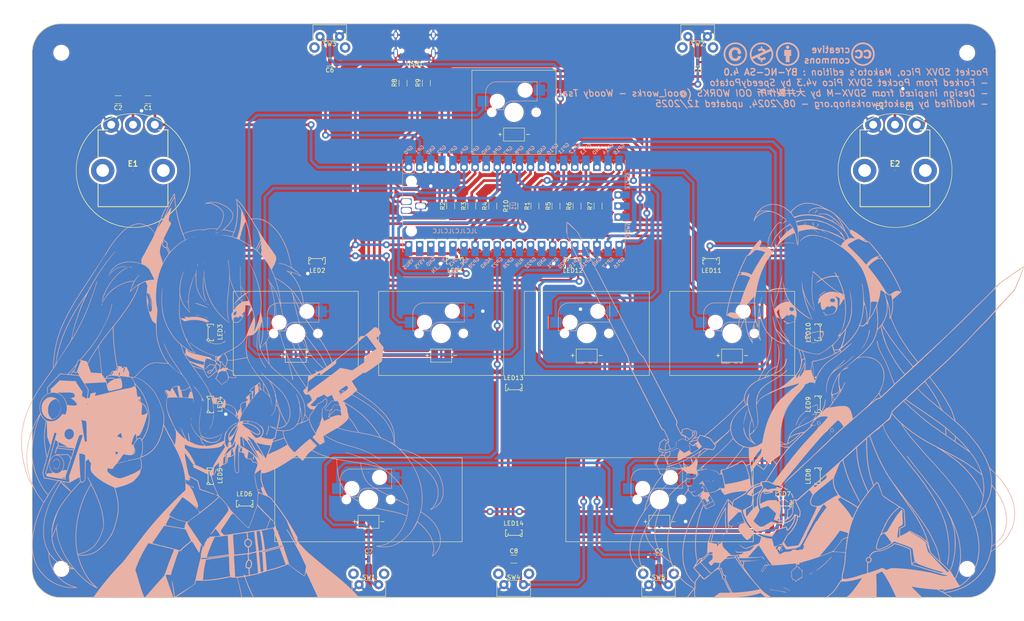
<source format=kicad_pcb>
(kicad_pcb (version 20221018) (generator pcbnew)
  (layers (0 "F.Cu" signal) (31 "B.Cu" signal) (34 "B.Paste" user) (35 "F.Paste" user) (36 "B.SilkS" user "B.Silkscreen") (37 "F.SilkS" user "F.Silkscreen") (38 "B.Mask" user) (39 "F.Mask" user) (44 "Edge.Cuts" user))
  (net 0 "")
  (net 1 "GND")
  (net 2 "Net-(E1-CCW)")
  (net 3 "Net-(E1-WIPER)")
  (net 4 "Net-(E2-CCW)")
  (net 5 "Net-(E2-WIPER)")
  (net 6 "Net-(U1-GPIO16)")
  (net 7 "Net-(U1-GPIO17)")
  (net 8 "Net-(U1-GPIO27_ADC1)")
  (net 9 "Net-(U1-GPIO19)")
  (net 10 "Net-(U1-GPIO18)")
  (net 11 "Net-(LED1-DIN)")
  (net 12 "Net-(LED1-DOUT)")
  (net 13 "Net-(LED2-DOUT)")
  (net 14 "Net-(LED3-DOUT)")
  (net 15 "Net-(LED4-DOUT)")
  (net 16 "Net-(LED5-DOUT)")
  (net 17 "Net-(LED6-DOUT)")
  (net 18 "Net-(LED7-DOUT)")
  (net 19 "Net-(LED8-DOUT)")
  (net 20 "Net-(LED10-DIN)")
  (net 21 "Net-(LED10-DOUT)")
  (net 22 "Net-(LED11-DOUT)")
  (net 27 "Net-(LED12-DOUT)")
  (net 29 "Net-(MX1-COL)")
  (net 30 "Net-(MX1-LED)")
  (net 31 "Net-(MX2-COL)")
  (net 32 "Net-(MX2-LED)")
  (net 33 "Net-(MX3-COL)")
  (net 34 "Net-(MX3-LED)")
  (net 35 "Net-(MX4-COL)")
  (net 36 "Net-(MX4-LED)")
  (net 37 "Net-(MX5-COL)")
  (net 38 "Net-(MX5-LED)")
  (net 39 "Net-(MX6-COL)")
  (net 40 "Net-(MX6-LED)")
  (net 41 "Net-(MX7-COL)")
  (net 42 "Net-(MX7-LED)")
  (net 43 "+5V")
  (net 44 "Net-(U1-GPIO21)")
  (net 45 "Net-(U1-GPIO5)")
  (net 46 "Net-(U1-GPIO7)")
  (net 47 "Net-(U1-GPIO9)")
  (net 48 "Net-(U1-GPIO11)")
  (net 49 "Net-(U1-GPIO13)")
  (net 50 "Net-(U1-GPIO15)")
  (net 51 "Net-(USB1-CC2)")
  (net 52 "Net-(USB1-CC1)")
  (net 53 "Net-(U1-GPIO28_ADC2)")
  (net 70 "Net-(USB1-DN1)")
  (net 71 "Net-(USB1-DP1)")
  (footprint "PEC16-4015F-N0024:PEC16-4015F-N0024-millmax" (layer "F.Cu") (at 63.74 52.47 180)
    (fp_text reference "E1")
    (fp_text value "PEC16-4015F-N0024" hide)
  )
  (footprint "PEC16-4015F-N0024:PEC16-4015F-N0024-millmax" (layer "F.Cu") (at 238.42 52.47 180)
    (fp_text reference "E2")
    (fp_text value "PEC16-4015F-N0024" hide)
  )
  (footprint "MX_Only:MXOnly-1.5U-Hotswap-LED-SMD" (layer "F.Cu") (at 96.05 100.38)
    (fp_text reference "MX2")
    (fp_text value "MX-LED")
  )
  (footprint "MX_Only:MXOnly-1.5U-Hotswap-LED-SMD" (layer "F.Cu") (at 162.74 100.35)
    (fp_text reference "MX4")
    (fp_text value "MX-LED")
  )
  (footprint "MX_Only:MXOnly-1.5U-Hotswap-LED-SMD" (layer "F.Cu") (at 196.07 100.35)
    (fp_text reference "MX5")
    (fp_text value "MX-LED")
  )
  (footprint "MX_Only:MXOnly-1.5U-Hotswap-LED-SMD" (layer "F.Cu") (at 112.73 138.47)
    (fp_text reference "MX6")
    (fp_text value "MX-LED-R")
  )
  (footprint "MX_Only:MXOnly-1.5U-Hotswap-LED-SMD" (layer "F.Cu") (at 179.41 138.47)
    (fp_text reference "MX7")
    (fp_text value "MX-LED-R")
  )
  (footprint "Type-C:HRO-TYPE-C-31-M-12-Assembly" (layer "F.Cu") (at 123.28 29.27583 180)
    (fp_text reference "USB1")
    (fp_text value "U262-161N-4BVC11")
  )
  (footprint "Resistor_SMD:R_1206_3216Metric_Pad1.30x1.75mm_HandSolder" (layer "F.Cu") (at 120.65 42.926 -90)
    (fp_text reference "R8")
    (fp_text value "5K1")
  )
  (footprint "Resistor_SMD:R_1206_3216Metric_Pad1.30x1.75mm_HandSolder" (layer "F.Cu") (at 125.984 42.926 -90)
    (fp_text reference "R9")
    (fp_text value "5K1")
  )
  (footprint "MX_Only:MXOnly-1.5U-Hotswap-LED-SMD" (layer "F.Cu") (at 129.39 100.35)
    (fp_text reference "MX3")
    (fp_text value "MX-LED")
  )
  (footprint "Resistor_SMD:R_1206_3216Metric_Pad1.30x1.75mm_HandSolder" (layer "F.Cu") (at 150.876 71.094 -90)
    (fp_text reference "R1")
    (fp_text value "220R")
  )
  (footprint "Resistor_SMD:R_1206_3216Metric_Pad1.30x1.75mm_HandSolder" (layer "F.Cu") (at 131.572 71.094 90)
    (fp_text reference "R2")
    (fp_text value "220R")
  )
  (footprint "Resistor_SMD:R_1206_3216Metric_Pad1.30x1.75mm_HandSolder" (layer "F.Cu") (at 136.398 71.12 90)
    (fp_text reference "R3")
    (fp_text value "220R")
  )
  (footprint "Resistor_SMD:R_1206_3216Metric_Pad1.30x1.75mm_HandSolder" (layer "F.Cu") (at 165.354 71.12 90)
    (fp_text reference "R7")
    (fp_text value "220R")
  )
  (footprint "Resistor_SMD:R_1206_3216Metric_Pad1.30x1.75mm_HandSolder" (layer "F.Cu") (at 141.224 71.12 90)
    (fp_text reference "R4")
    (fp_text value "220R")
  )
  (footprint "Resistor_SMD:R_1206_3216Metric_Pad1.30x1.75mm_HandSolder" (layer "F.Cu") (at 160.528 71.12 90)
    (fp_text reference "R6")
    (fp_text value "220R")
  )
  (footprint "Resistor_SMD:R_1206_3216Metric_Pad1.30x1.75mm_HandSolder" (layer "F.Cu") (at 155.702 71.12 90)
    (fp_text reference "R5")
    (fp_text value "220R")
  )
  (footprint "MX_Only:MXOnly-1.5U-Hotswap-LED-SMD" (layer "F.Cu") (at 146.08 49.63)
    (fp_text reference "MX1")
    (fp_text value "MX-LED-B")
  )
  (footprint "Resistor_SMD:R_1206_3216Metric_Pad1.30x1.75mm_HandSolder" (layer "F.Cu") (at 146.05 71.12 90)
    (fp_text reference "R10")
    (fp_text value "220R")
  )
  (footprint "Capacitor_SMD:C_1206_3216Metric_Pad1.33x1.80mm_HandSolder" (layer "F.Cu") (at 62.1915 46.736 180)
    (fp_text reference "C1")
    (fp_text value "10nF")
  )
  (footprint "Capacitor_SMD:C_1206_3216Metric_Pad1.33x1.80mm_HandSolder" (layer "F.Cu") (at 55.3335 46.736 180)
    (fp_text reference "C2")
    (fp_text value "10nF")
  )
  (footprint "Capacitor_SMD:C_1206_3216Metric_Pad1.33x1.80mm_HandSolder" (layer "F.Cu") (at 236.7665 46.736 180)
    (fp_text reference "C3")
    (fp_text value "10nF")
  )
  (footprint "Capacitor_SMD:C_1206_3216Metric_Pad1.33x1.80mm_HandSolder" (layer "F.Cu") (at 229.9085 46.736 180)
    (fp_text reference "C4")
    (fp_text value "10nF")
  )
  (footprint "agg:WS2812B-4020" (layer "F.Cu") (at 146.05 112.776 180)
    (fp_text reference "LED13")
    (fp_text value "WS2812B-4020")
  )
  (footprint "Graphics:SDVX-Pico-PCB_Bloc3D" (layer "F.Cu") (at 146.0754 95.123)
    (fp_text reference "G***" hide)
    (fp_text value "LOGO" hide)
  )
  (footprint "agg:WS2812B-4020" (layer "F.Cu") (at 215.788 116.591 -90)
    (fp_text reference "LED9")
    (fp_text value "WS2812B-4020")
  )
  (footprint "Graphics:SDVX-Pico-PCB_MX-CUT" (layer "F.Cu") (at 146.08 95.13)
    (fp_text reference "G***" hide)
    (fp_text value "LOGO" hide)
  )
  (footprint "Capacitor_SMD:C_1206_3216Metric_Pad1.33x1.80mm_HandSolder" (layer "F.Cu") (at 112.776 152.146)
    (fp_text reference "C7")
    (fp_text value "100nF")
  )
  (footprint "agg:WS2812B-4020" (layer "F.Cu") (at 215.788 133.101 -90)
    (fp_text reference "LED8")
    (fp_text value "WS2812B-4020")
  )
  (footprint "Button_Switch_THT:SW_Tactile_SPST_Angled_PTS645Vx83-2LFS" (layer "F.Cu") (at 185.939 32.258)
    (fp_text reference "SW2")
    (fp_text value "SW_Push")
  )
  (footprint "Graphics:SDVX-Pico-PCB_Edge-Cut_on_SilkScreen" (layer "F.Cu") (at 146.08 95.13)
    (fp_text reference "G***" hide)
    (fp_text value "LOGO" hide)
  )
  (footprint "agg:WS2812B-4020" (layer "F.Cu") (at 207.772 139.446 180)
    (fp_text reference "LED7")
    (fp_text value "WS2812B-4020")
  )
  (footprint "agg:WS2812B-4020" (layer "F.Cu") (at 100.921 83.678)
    (fp_text reference "LED2")
    (fp_text value "WS2812B-4020")
  )
  (footprint "Graphics:SDVX-Pico-PCB_EDGES-CUT_1mm" (layer "F.Cu") (at 146.08 95.13)
    (fp_text reference "G***" hide)
    (fp_text value "SDVX-Pico-PCB_EDGES-CUT_1mm")
    (fp_line (start -110.46 -59.213171) (end -110.460007 59.33) (stroke (width 0.12)) (layer "Edge.Cuts"))
    (fp_line (start -103.96 65.829999) (end 103.893804 65.83) (stroke (width 0.12)) (layer "Edge.Cuts"))
    (fp_line (start 103.86 -65.84) (end -103.89 -65.84) (stroke (width 0.12)) (layer "Edge.Cuts"))
    (fp_line (start 110.48 59.34) (end 110.48 -59.24) (stroke (width 0.12)) (layer "Edge.Cuts"))
    (fp_arc (start -110.46 -59.213171) (mid -108.523279 -63.863302) (end -103.89 -65.84) (stroke (width 0.12)) (layer "Edge.Cuts"))
    (fp_arc (start -103.96 65.829999) (mid -108.556198 63.926196) (end -110.460007 59.33) (stroke (width 0.12)) (layer "Edge.Cuts"))
    (fp_arc (start 103.86 -65.84) (mid 108.506804 -63.880855) (end 110.48 -59.24) (stroke (width 0.12)) (layer "Edge.Cuts"))
    (fp_arc (start 110.48 59.34) (mid 108.518174 63.936004) (end 103.893804 65.83) (stroke (width 0.12)) (layer "Edge.Cuts"))
  )
  (footprint "agg:WS2812B-4020" (layer "F.Cu") (at 159.517 83.678)
    (fp_text reference "LED12")
    (fp_text value "WS2812B-4020")
  )
  (footprint "Button_Switch_THT:SW_Tactile_SPST_Angled_PTS645Vx83-2LFS" (layer "F.Cu") (at 115.051 157.988 180)
    (fp_text reference "SW1")
    (fp_text value "SW_Push")
  )
  (footprint "Button_Switch_THT:SW_Tactile_SPST_Angled_PTS645Vx83-2LFS" (layer "F.Cu") (at 181.47 157.988 180)
    (fp_text reference "SW5")
    (fp_text value "SW_Push")
  )
  (footprint "agg:WS2812B-4020" (layer "F.Cu") (at 132.505 83.678)
    (fp_text reference "LED1")
    (fp_text value "WS2812B-4020")
  )
  (footprint "Button_Switch_THT:SW_Tactile_SPST_Angled_PTS645Vx83-2LFS" (layer "F.Cu") (at 101.6 32.258)
    (fp_text reference "SW3")
    (fp_text value "SW_Push")
  )
  (footprint "agg:WS2812B-4020" (layer "F.Cu") (at 76.454 116.6672 90)
    (fp_text reference "LED4")
    (fp_text value "WS2812B-4020")
  )
  (footprint "agg:WS2812B-4020" (layer "F.Cu") (at 146.049 146.182 180)
    (fp_text reference "LED14")
    (fp_text value "WS2812B-4020")
  )
  (footprint "Capacitor_SMD:C_1206_3216Metric_Pad1.33x1.80mm_HandSolder" (layer "F.Cu") (at 188.214 38.1 180)
    (fp_text reference "C5")
    (fp_text value "100nF")
  )
  (footprint "Capacitor_SMD:C_1206_3216Metric_Pad1.33x1.80mm_HandSolder" (layer "F.Cu") (at 103.8475 38.1 180)
    (fp_text reference "C6")
    (fp_text value "100nF")
  )
  (footprint "agg:WS2812B-4020" (layer "F.Cu") (at 76.454 133.101 90)
    (fp_text reference "LED5")
    (fp_text value "WS2812B-4020")
  )
  (footprint "agg:WS2812B-4020" (layer "F.Cu") (at 215.788 100.081 -90)
    (fp_text reference "LED10")
    (fp_text value "WS2812B-4020")
  )
  (footprint "agg:WS2812B-4020" (layer "F.Cu") (at 191.262 83.678)
    (fp_text reference "LED11")
    (fp_text value "WS2812B-4020")
  )
  (footprint "agg:WS2812B-4020" (layer "F.Cu") (at 84.328 139.446 180)
    (fp_text reference "LED6")
    (fp_text value "WS2812B-4020")
  )
  (footprint "Capacitor_SMD:C_1206_3216Metric_Pad1.33x1.80mm_HandSolder" (layer "F.Cu") (at 146.05 152.146)
    (fp_text reference "C8")
    (fp_text value "100nF")
  )
  (footprint "agg:WS2812B-4020" (layer "F.Cu") (at 76.454 100.1268 90)
    (fp_text reference "LED3")
    (fp_text value "WS2812B-4020")
  )
  (footprint "Capacitor_SMD:C_1206_3216Metric_Pad1.33x1.80mm_HandSolder" (layer "F.Cu") (at 179.324 152.146)
    (fp_text reference "C9")
    (fp_text value "100nF")
  )
  (footprint "Button_Switch_THT:SW_Tactile_SPST_Angled_PTS645Vx83-2LFS" (layer "F.Cu") (at 148.264 157.988 180)
    (fp_text reference "SW4")
    (fp_text value "SW_Push")
  )
  (footprint "Symbol:Symbol_CreativeCommons_CopperTop_Type2_Small" (layer "B.Cu") (at 226.074 36.282 180)
    (fp_text reference "REF**" hide)
    (fp_text value "Symbol_CreativeCommons_CopperTop_Type2_Small" hide)
  )
  (footprint "Symbol:Symbol_CC-Attribution_CopperTop_Small" (layer "B.Cu") (at 208.824 36.282 180)
    (fp_text reference "REF**" hide)
    (fp_text value "Symbol_CC-Attribution_CopperTop_Small" hide)
  )
  (footprint "MCU_RaspberryPi_and_Boards:RPi_Pico_SMD_TH" (layer "B.Cu") (at 146.05 71.12 -90)
    (fp_text reference "U1")
    (fp_text value "Pico")
  )
  (footprint "Symbol:Symbol_CC-ShareAlike_CopperTop_Small" (layer "B.Cu") (at 196.824 36.282 180)
    (fp_text reference "REF**" hide)
    (fp_text value "Symbol_CC-ShareAlike_CopperTop_Small" hide)
  )
  (footprint "Graphics:SDVX-Pico-PCB_grace_comm" (layer "B.Cu") (at 81.474 111.912 180)
    (fp_text reference "G***" hide)
    (fp_text value "LOGO" hide)
  )
  (footprint "Symbol:Symbol_CC-Noncommercial_CopperTop_Small" (layer "B.Cu") (at 202.824 36.282 180)
    (fp_text reference "REF**" hide)
    (fp_text value "Symbol_CC-Noncommercial_CopperTop_Small" hide)
  )
  (footprint "Graphics:SDVX-Pico-PCB_rasis_comm" (layer "B.Cu") (at 211.571425 112.200032 180)
    (fp_text reference "G***" hide)
    (fp_text value "LOGO" hide)
  )
  (gr_text "Pocket SDVX Pico, Makoto's edition :\n- Forked from Pocket SDVX Pico v4.3 by SpeedyPotato\n- Design inspired from SDVX-M by 大井製作所 OOI WORKS (@ooi_works - Woody Tsai)\n- Modified by makotoworkshop.org - 08/2024, updated 12/2025" (at 255.074 44.032) (layer "B.SilkS") (effects (font (size 1.5 1.5) (thickness 0.25) italic) (justify left mirror)))
  (gr_text "creative\ncommons" (at 223.324 38.532) (layer "B.SilkS") (effects (font (size 1.5 1.5) (thickness 0.3) bold) (justify left bottom mirror)))
  (gr_text "BY-NC-SA 4.0" (at 211.324 41.282) (layer "B.SilkS") (effects (font (size 1.5 1.5) (thickness 0.3) bold) (justify left bottom mirror)))
  (gr_text "JLCJLCJLCJLC" (at 132.544 76.862) (layer "B.SilkS") (effects (font (size 1 1)) (justify mirror)))
  (segment (start 78.7042 101.4018) (end 78.824 101.282) (width 0.4) (layer "F.Cu") (net 1))
  (segment (start 79.0802 117.9422) (end 80.01 118.872) (width 0.6) (layer "F.Cu") (net 1))
  (segment (start 209.047 138.796) (end 209.047 137.309) (width 0.4) (layer "F.Cu") (net 1))
  (segment (start 180.91 143.55) (end 185.38 143.55) (width 0.6) (layer "F.Cu") (net 1))
  (segment (start 77.104 101.4018) (end 78.7042 101.4018) (width 0.4) (layer "F.Cu") (net 1))
  (segment (start 126.685 36.97083) (end 127.6 36.05583) (width 0.5) (layer "F.Cu") (net 1))
  (segment (start 99.646 85.774) (end 98.806 86.614) (width 0.5) (layer "F.Cu") (net 1))
  (segment (start 85.603 137.311) (end 85.574 137.282) (width 0.4) (layer "F.Cu") (net 1))
  (segment (start 215.138 115.316) (end 213.858 115.316) (width 0.4) (layer "F.Cu") (net 1))
  (segment (start 158.242 84.328) (end 155.194 84.328) (width 0.5) (layer "F.Cu") (net 1))
  (segment (start 190.074 86.282) (end 189.987 86.195) (width 0.4) (layer "F.Cu") (net 1))
  (segment (start 235.204 46.736) (end 235.204 44.196) (width 0.5) (layer "F.Cu") (net 1))
  (segment (start 127 66.548) (end 127 70.104) (width 0.6) (layer "F.Cu") (net 1))
  (segment (start 77.104 117.9422) (end 79.0802 117.9422) (width 0.6) (layer "F.Cu") (net 1))
  (segment (start 185.38 143.55) (end 185.42 143.51) (width 0.6) (layer "F.Cu") (net 1))
  (segment (start 131.23 84.328) (end 129.286 84.328) (width 0.5) (layer "F.Cu") (net 1))
  (segment (start 60.629 46.736) (end 60.629 49.199) (width 0.5) (layer "F.Cu") (net 1))
  (segment (start 99.646 84.328) (end 99.646 85.774) (width 0.5) (layer "F.Cu") (net 1))
  (segment (start 78.73 134.376) (end 78.824 134.282) (width 0.4) (layer "F.Cu") (net 1))
  (segment (start 120.055 36.97083) (end 120.055 37.551) (width 0.5) (layer "F.Cu") (net 1))
  (segment (start 165.1 81.308) (end 165.574 81.782) (width 0.6) (layer "F.Cu") (net 1))
  (segment (start 165.1 80.01) (end 165.1 81.308) (width 0.6) (layer "F.Cu") (net 1))
  (segment (start 77.104 134.376) (end 78.73 134.376) (width 0.4) (layer "F.Cu") (net 1))
  (segment (start 126.505 36.97083) (end 126.685 36.97083) (width 0.5) (layer "F.Cu") (net 1))
  (segment (start 215.138 98.806) (end 213.848 98.806) (width 0.4) (layer "F.Cu") (net 1))
  (segment (start 209.047 137.309) (end 209.074 137.282) (width 0.4) (layer "F.Cu") (net 1))
  (segment (start 213.858 115.316) (end 213.824 115.282) (width 0.4) (layer "F.Cu") (net 1))
  (segment (start 213.868 131.826) (end 213.824 131.782) (width 0.4) (layer "F.Cu") (net 1))
  (segment (start 60.629 49.199) (end 60.706 49.276) (width 0.5) (layer "F.Cu") (net 1))
  (segment (start 189.987 84.328) (end 189.987 86.195) (width 0.4) (layer "F.Cu") (net 1))
  (segment (start 147.324 110.282) (end 147.325 110.283) (width 0.4) (layer "F.Cu") (net 1))
  (segment (start 147.325 112.126) (end 147.325 110.283) (width 0.4) (layer "F.Cu") (net 1))
  (segment (start 120.055 36.97083) (end 119.875 36.97083) (width 0.5) (layer "F.Cu") (net 1))
  (segment (start 127 70.104) (end 125.984 71.12) (width 0.6) (layer "F.Cu") (net 1))
  (segment (start 119.875 36.97083) (end 118.96 36.05583) (width 0.5) (layer "F.Cu") (net 1))
  (segment (start 215.138 131.826) (end 213.868 131.826) (width 0.4) (layer "F.Cu") (net 1))
  (segment (start 213.848 98.806) (end 213.824 98.782) (width 0.4) (layer "F.Cu") (net 1))
  (segment (start 125.984 71.12) (end 124.68 71.12) (width 0.6) (layer "F.Cu") (net 1))
  (segment (start 85.603 138.796) (end 85.603 137.311) (width 0.4) (layer "F.Cu") (net 1))
  (segment (start 147.324 145.532) (end 147.324 143.782) (width 0.4) (layer "F.Cu") (net 1))
  (via (at 235.204 44.196) (size 1.6) (drill 0.8) (layers "F.Cu" "B.Cu") (net 1))
  (via (at 155.194 84.328) (size 1.6) (drill 0.8) (layers "F.Cu" "B.Cu") (net 1))
  (via (at 167.64 85.09) (size 1.6) (drill 0.8) (layers "F.Cu" "B.Cu") (net 1))
  (via (at 98.806 86.614) (size 1.6) (drill 0.8) (layers "F.Cu" "B.Cu") (net 1))
  (via (at 138.938 95.25) (size 1.6) (drill 0.8) (layers "F.Cu" "B.Cu") (net 1))
  (via (at 60.706 49.276) (size 1.6) (drill 0.8) (layers "F.Cu" "B.Cu") (net 1))
  (via (at 127 66.548) (size 1.6) (drill 0.8) (layers "F.Cu" "B.Cu") (net 1))
  (via (at 161.324 94.782) (size 1.6) (drill 0.8) (layers "F.Cu" "B.Cu") (net 1))
  (via (at 80.01 118.872) (size 1.6) (drill 0.8) (layers "F.Cu" "B.Cu") (net 1))
  (via (at 185.42 143.51) (size 1.6) (drill 0.8) (layers "F.Cu" "B.Cu") (net 1))
  (via (at 129.286 84.328) (size 1.6) (drill 0.8) (layers "F.Cu" "B.Cu") (net 1))
  (segment (start 127 66.548) (end 127 62.23) (width 0.6) (layer "B.Cu") (net 1))
  (segment (start 138.918 95.27) (end 138.938 95.25) (width 1) (layer "B.Cu") (net 1))
  (segment (start 165.1 83.82) (end 166.37 85.09) (width 0.6) (layer "B.Cu") (net 1))
  (segment (start 166.37 85.09) (end 167.64 85.09) (width 0.6) (layer "B.Cu") (net 1))
  (segment (start 165.1 80.01) (end 165.1 83.82) (width 0.6) (layer "B.Cu") (net 1))
  (segment (start 135.232 95.27) (end 138.918 95.27) (width 1) (layer "B.Cu") (net 1))
  (segment (start 63.754 46.736) (end 63.754 52.456) (width 0.6) (layer "F.Cu") (net 2))
  (segment (start 94.85 52.47) (end 99.568 52.47) (width 0.6) (layer "F.Cu") (net 2))
  (segment (start 63.754 52.456) (end 63.74 52.47) (width 0.6) (layer "F.Cu") (net 2))
  (segment (start 63.74 52.47) (end 99.568 52.47) (width 0.6) (layer "F.Cu") (net 2))
  (via (at 99.568 52.47) (size 1.6) (drill 0.8) (layers "F.Cu" "B.Cu") (net 2))
  (segment (start 99.568 52.47) (end 99.568 60.706) (width 0.6) (layer "B.Cu") (net 2))
  (segment (start 99.568 60.706) (end 101.092 62.23) (width 0.6) (layer "B.Cu") (net 2))
  (segment (start 101.092 62.23) (end 121.92 62.23) (width 0.6) (layer "B.Cu") (net 2))
  (segment (start 58.674 46.736) (end 58.74 46.802) (width 0.6) (layer "F.Cu") (net 3))
  (segment (start 58.74 52.47) (end 58.74 46.802) (width 0.6) (layer "F.Cu") (net 3))
  (segment (start 102.87 54.864) (end 102.87 45.212) (width 0.6) (layer "F.Cu") (net 3))
  (segment (start 56.896 46.736) (end 58.674 46.736) (width 0.6) (layer "F.Cu") (net 3))
  (segment (start 101.6 43.942) (end 60.198 43.942) (width 0.6) (layer "F.Cu") (net 3))
  (segment (start 58.74 45.4) (end 58.74 46.802) (width 0.6) (layer "F.Cu") (net 3))
  (segment (start 60.198 43.942) (end 58.74 45.4) (width 0.6) (layer "F.Cu") (net 3))
  (segment (start 102.87 45.212) (end 101.6 43.942) (width 0.6) (layer "F.Cu") (net 3))
  (via (at 102.87 54.864) (size 1.6) (drill 0.8) (layers "F.Cu" "B.Cu") (net 3))
  (segment (start 123.19 54.864) (end 124.46 56.134) (width 0.6) (layer "B.Cu") (net 3))
  (segment (start 102.87 54.864) (end 123.19 54.864) (width 0.6) (layer "B.Cu") (net 3))
  (segment (start 124.46 56.134) (end 124.46 62.23) (width 0.6) (layer "B.Cu") (net 3))
  (segment (start 238.329 52.379) (end 238.42 52.47) (width 0.6) (layer "F.Cu") (net 4))
  (segment (start 240.792 51.308) (end 240.792 46.736) (width 0.6) (layer "F.Cu") (net 4))
  (segment (start 238.329 46.736) (end 240.792 46.736) (width 0.6) (layer "F.Cu") (net 4))
  (segment (start 240.792 41.91) (end 240.792 46.736) (width 0.6) (layer "F.Cu") (net 4))
  (segment (start 238.42 52.47) (end 239.63 52.47) (width 0.6) (layer "F.Cu") (net 4))
  (segment (start 239.63 52.47) (end 240.792 51.308) (width 0.6) (layer "F.Cu") (net 4))
  (segment (start 132.08 40.132) (end 239.014 40.132) (width 0.6) (layer "F.Cu") (net 4))
  (segment (start 129.54 42.672) (end 132.08 40.132) (width 0.6) (layer "F.Cu") (net 4))
  (segment (start 239.014 40.132) (end 240.792 41.91) (width 0.6) (layer "F.Cu") (net 4))
  (segment (start 129.54 62.23) (end 129.54 42.672) (width 0.6) (layer "F.Cu") (net 4))
  (segment (start 231.471 46.736) (end 233.426 46.736) (width 0.6) (layer "F.Cu") (net 5))
  (segment (start 233.42 46.488) (end 233.42 42.666) (width 0.6) (layer "F.Cu") (net 5))
  (segment (start 233.42 42.666) (end 232.156 41.402) (width 0.6) (layer "F.Cu") (net 5))
  (segment (start 233.426 46.736) (end 233.426 46.494) (width 0.6) (layer "F.Cu") (net 5))
  (segment (start 233.426 46.494) (end 233.42 46.488) (width 0.6) (layer "F.Cu") (net 5))
  (segment (start 233.42 52.47) (end 233.42 46.488) (width 0.6) (layer "F.Cu") (net 5))
  (segment (start 132.08 60.452) (end 132.08 62.23) (width 0.6) (layer "F.Cu") (net 5))
  (segment (start 131.064 43.18) (end 131.064 59.436) (width 0.6) (layer "F.Cu") (net 5))
  (segment (start 131.064 59.436) (end 132.08 60.452) (width 0.6) (layer "F.Cu") (net 5))
  (segment (start 232.156 41.402) (end 132.842 41.402) (width 0.6) (layer "F.Cu") (net 5))
  (segment (start 132.842 41.402) (end 131.064 43.18) (width 0.6) (layer "F.Cu") (net 5))
  (segment (start 178.054 43.18) (end 188.214 43.18) (width 0.6) (layer "F.Cu") (net 6))
  (segment (start 186.6515 38.1) (end 186.6515 32.9705) (width 0.6) (layer "F.Cu") (net 6))
  (segment (start 186.6515 32.9705) (end 185.939 32.258) (width 0.6) (layer "F.Cu") (net 6))
  (segment (start 176.53 72.771) (end 176.53 44.704) (width 0.6) (layer "F.Cu") (net 6))
  (segment (start 176.53 44.704) (end 178.054 43.18) (width 0.6) (layer "F.Cu") (net 6))
  (via (at 176.53 72.771) (size 1.6) (drill 0.8) (layers "F.Cu" "B.Cu") (net 6))
  (via (at 188.214 43.18) (size 1.6) (drill 0.8) (layers "F.Cu" "B.Cu") (net 6))
  (segment (start 170.942 79.248) (end 170.18 80.01) (width 0.6) (layer "B.Cu") (net 6))
  (segment (start 188.214 34.533) (end 185.939 32.258) (width 0.6) (layer "B.Cu") (net 6))
  (segment (start 174.498 79.248) (end 170.942 79.248) (width 0.6) (layer "B.Cu") (net 6))
  (segment (start 176.53 77.216) (end 174.498 79.248) (width 0.6) (layer "B.Cu") (net 6))
  (segment (start 176.53 72.771) (end 176.53 77.216) (width 0.6) (layer "B.Cu") (net 6))
  (segment (start 188.214 43.18) (end 188.214 34.533) (width 0.6) (layer "B.Cu") (net 6))
  (segment (start 156.718 54.102) (end 156.718 46.482) (width 0.6) (layer "F.Cu") (net 7))
  (segment (start 175.006 57.912) (end 172.974 55.88) (width 0.6) (layer "F.Cu") (net 7))
  (segment (start 102.285 32.943) (end 101.6 32.258) (width 0.6) (layer "F.Cu") (net 7))
  (segment (start 175.006 69.342) (end 175.006 57.912) (width 0.6) (layer "F.Cu") (net 7))
  (segment (start 172.974 55.88) (end 158.496 55.88) (width 0.6) (layer "F.Cu") (net 7))
  (segment (start 102.285 38.1) (end 102.285 32.943) (width 0.6) (layer "F.Cu") (net 7))
  (segment (start 158.496 55.88) (end 156.718 54.102) (width 0.6) (layer "F.Cu") (net 7))
  (via (at 175.006 69.342) (size 1.6) (drill 0.8) (layers "F.Cu" "B.Cu") (net 7))
  (via (at 156.718 46.482) (size 1.6) (drill 0.8) (layers "F.Cu" "B.Cu") (net 7))
  (segment (start 105.156 38.608) (end 103.886 37.338) (width 0.6) (layer "B.Cu") (net 7))
  (segment (start 173.736 77.978) (end 168.402 77.978) (width 0.6) (layer "B.Cu") (net 7))
  (segment (start 168.402 77.978) (end 167.64 78.74) (width 0.6) (layer "B.Cu") (net 7))
  (segment (start 155.194 38.608) (end 105.156 38.608) (width 0.6) (layer "B.Cu") (net 7))
  (segment (start 103.886 34.544) (end 101.6 32.258) (width 0.6) (layer "B.Cu") (net 7))
  (segment (start 175.006 69.342) (end 175.006 76.708) (width 0.6) (layer "B.Cu") (net 7))
  (segment (start 167.64 78.74) (end 167.64 80.01) (width 0.6) (layer "B.Cu") (net 7))
  (segment (start 156.718 40.132) (end 155.194 38.608) (width 0.6) (layer "B.Cu") (net 7))
  (segment (start 103.886 37.338) (end 103.886 34.544) (width 0.6) (layer "B.Cu") (net 7))
  (segment (start 175.006 76.708) (end 173.736 77.978) (width 0.6) (layer "B.Cu") (net 7))
  (segment (start 156.718 46.482) (end 156.718 40.132) (width 0.6) (layer "B.Cu") (net 7))
  (segment (start 114.3385 157.2755) (end 115.051 157.988) (width 0.6) (layer "F.Cu") (net 8))
  (segment (start 114.3385 152.146) (end 114.3385 157.2755) (width 0.6) (layer "F.Cu") (net 8))
  (segment (start 142.24 107.442) (end 142.24 98.552) (width 0.6) (layer "F.Cu") (net 8))
  (via (at 142.24 98.552) (size 1.6) (drill 0.8) (layers "F.Cu" "B.Cu") (net 8))
  (via (at 142.24 107.442) (size 1.6) (drill 0.8) (layers "F.Cu" "B.Cu") (net 8))
  (segment (start 142.24 107.442) (end 142.24 127.254) (width 0.6) (layer "B.Cu") (net 8))
  (segment (start 112.776 156.718) (end 114.046 157.988) (width 0.6) (layer "B.Cu") (net 8))
  (segment (start 112.776 145.288) (end 112.776 156.718) (width 0.6) (layer "B.Cu") (net 8))
  (segment (start 102.87 142.494) (end 104.648 144.272) (width 0.6) (layer "B.Cu") (net 8))
  (segment (start 104.648 128.778) (end 102.87 130.556) (width 0.6) (layer "B.Cu") (net 8))
  (segment (start 142.24 98.552) (end 142.24 80.01) (width 0.6) (layer "B.Cu") (net 8))
  (segment (start 140.716 128.778) (end 104.648 128.778) (width 0.6) (layer "B.Cu") (net 8))
  (segment (start 111.76 144.272) (end 112.776 145.288) (width 0.6) (layer "B.Cu") (net 8))
  (segment (start 114.046 157.988) (end 115.051 157.988) (width 0.6) (layer "B.Cu") (net 8))
  (segment (start 104.648 144.272) (end 111.76 144.272) (width 0.6) (layer "B.Cu") (net 8))
  (segment (start 102.87 130.556) (end 102.87 142.494) (width 0.6) (layer "B.Cu") (net 8))
  (segment (start 142.24 127.254) (end 140.716 128.778) (width 0.6) (layer "B.Cu") (net 8))
  (segment (start 171.45 92.964) (end 170.18 91.694) (width 0.6) (layer "F.Cu") (net 9))
  (segment (start 148.264 157.988) (end 147.6125 157.3365) (width 0.6) (layer "F.Cu") (net 9))
  (segment (start 163.83 90.424) (end 163.83 83.566) (width 0.6) (layer "F.Cu") (net 9))
  (segment (start 163.83 83.566) (end 161.798 81.534) (width 0.6) (layer "F.Cu") (net 9))
  (segment (start 160.528 81.534) (end 160.02 81.026) (width 0.6) (layer "F.Cu") (net 9))
  (segment (start 162.052 138.938) (end 162.052 128.524) (width 0.6) (layer "F.Cu") (net 9))
  (segment (start 161.798 81.534) (end 160.528 81.534) (width 0.6) (layer "F.Cu") (net 9))
  (segment (start 171.45 125.984) (end 171.45 92.964) (width 0.6) (layer "F.Cu") (net 9))
  (segment (start 165.1 91.694) (end 163.83 90.424) (width 0.6) (layer "F.Cu") (net 9))
  (segment (start 163.322 127.254) (end 170.18 127.254) (width 0.6) (layer "F.Cu") (net 9))
  (segment (start 160.02 81.026) (end 160.02 80.01) (width 0.6) (layer "F.Cu") (net 9))
  (segment (start 170.18 127.254) (end 171.45 125.984) (width 0.6) (layer "F.Cu") (net 9))
  (segment (start 162.052 128.524) (end 163.322 127.254) (width 0.6) (layer "F.Cu") (net 9))
  (segment (start 147.6125 157.3365) (end 147.6125 152.146) (width 0.6) (layer "F.Cu") (net 9))
  (segment (start 170.18 91.694) (end 165.1 91.694) (width 0.6) (layer "F.Cu") (net 9))
  (via (at 162.052 138.938) (size 1.6) (drill 0.8) (layers "F.Cu" "B.Cu") (net 9))
  (segment (start 162.052 138.938) (end 162.052 156.718) (width 0.6) (layer "B.Cu") (net 9))
  (segment (start 162.052 156.718) (end 160.782 157.988) (width 0.6) (layer "B.Cu") (net 9))
  (segment (start 160.782 157.988) (end 148.264 157.988) (width 0.6) (layer "B.Cu") (net 9))
  (segment (start 171.196 128.524) (end 172.72 127) (width 0.6) (layer "F.Cu") (net 10))
  (segment (start 166.37 128.524) (end 171.196 128.524) (width 0.6) (layer "F.Cu") (net 10))
  (segment (start 180.8865 152.146) (end 180.8865 157.4045) (width 0.6) (layer "F.Cu") (net 10))
  (segment (start 165.1 129.794) (end 166.37 128.524) (width 0.6) (layer "F.Cu") (net 10))
  (segment (start 165.354 89.408) (end 165.354 83.312) (width 0.6) (layer "F.Cu") (net 10))
  (segment (start 180.8865 157.4045) (end 181.47 157.988) (width 0.6) (layer "F.Cu") (net 10))
  (segment (start 162.56 80.518) (end 162.56 80.01) (width 0.6) (layer "F.Cu") (net 10))
  (segment (start 165.354 83.312) (end 162.56 80.518) (width 0.6) (layer "F.Cu") (net 10))
  (segment (start 165.1 138.938) (end 165.1 129.794) (width 0.6) (layer "F.Cu") (net 10))
  (segment (start 171.45 90.424) (end 166.37 90.424) (width 0.6) (layer "F.Cu") (net 10))
  (segment (start 172.72 91.694) (end 171.45 90.424) (width 0.6) (layer "F.Cu") (net 10))
  (segment (start 172.72 127) (end 172.72 91.694) (width 0.6) (layer "F.Cu") (net 10))
  (segment (start 166.37 90.424) (end 165.354 89.408) (width 0.6) (layer "F.Cu") (net 10))
  (via (at 165.1 138.938) (size 1.6) (drill 0.8) (layers "F.Cu" "B.Cu") (net 10))
  (segment (start 179.324 156.718) (end 180.594 157.988) (width 0.6) (layer "B.Cu") (net 10))
  (segment (start 166.624 151.13) (end 178.308 151.13) (width 0.6) (layer "B.Cu") (net 10))
  (segment (start 165.1 149.606) (end 166.624 151.13) (width 0.6) (layer "B.Cu") (net 10))
  (segment (start 180.594 157.988) (end 181.47 157.988) (width 0.6) (layer "B.Cu") (net 10))
  (segment (start 179.324 152.146) (end 179.324 156.718) (width 0.6) (layer "B.Cu") (net 10))
  (segment (start 165.1 138.938) (end 165.1 149.606) (width 0.6) (layer "B.Cu") (net 10))
  (segment (start 178.308 151.13) (end 179.324 152.146) (width 0.6) (layer "B.Cu") (net 10))
  (segment (start 147.04 69.57) (end 148.082 70.612) (width 0.6) (layer "F.Cu") (net 11))
  (segment (start 146.05 69.57) (end 147.04 69.57) (width 0.6) (layer "F.Cu") (net 11))
  (segment (start 133.78 85.266) (end 133.78 84.328) (width 0.6) (layer "F.Cu") (net 11))
  (segment (start 135.128 86.614) (end 133.78 85.266) (width 0.6) (layer "F.Cu") (net 11))
  (segment (start 148.082 70.612) (end 148.082 75.946) (width 0.6) (layer "F.Cu") (net 11))
  (via (at 135.128 86.614) (size 1.6) (drill 0.8) (layers "F.Cu" "B.Cu") (net 11))
  (via (at 148.082 75.946) (size 1.6) (drill 0.8) (layers "F.Cu" "B.Cu") (net 11))
  (segment (start 135.128 86.614) (end 120.904 86.614) (width 0.6) (layer "B.Cu") (net 11))
  (segment (start 120.904 86.614) (end 119.634 85.344) (width 0.6) (layer "B.Cu") (net 11))
  (segment (start 120.904 74.93) (end 147.066 74.93) (width 0.6) (layer "B.Cu") (net 11))
  (segment (start 119.634 85.344) (end 119.634 76.2) (width 0.6) (layer "B.Cu") (net 11))
  (segment (start 147.066 74.93) (end 148.082 75.946) (width 0.6) (layer "B.Cu") (net 11))
  (segment (start 119.634 76.2) (end 120.904 74.93) (width 0.6) (layer "B.Cu") (net 11))
  (segment (start 131.318 88.138) (end 132.08 87.376) (width 0.6) (layer "F.Cu") (net 12))
  (segment (start 117.602 88.138) (end 131.318 88.138) (width 0.6) (layer "F.Cu") (net 12))
  (segment (start 102.196 83.097) (end 102.196 84.328) (width 0.6) (layer "F.Cu") (net 12))
  (segment (start 116.84 87.376) (end 117.602 88.138) (width 0.6) (layer "F.Cu") (net 12))
  (segment (start 116.84 82.55) (end 116.84 87.376) (width 0.6) (layer "F.Cu") (net 12))
  (segment (start 102.743 82.55) (end 102.196 83.097) (width 0.6) (layer "F.Cu") (net 12))
  (segment (start 132.08 87.376) (end 132.08 84.328) (width 0.6) (layer "F.Cu") (net 12))
  (segment (start 109.728 82.55) (end 102.743 82.55) (width 0.6) (layer "F.Cu") (net 12))
  (via (at 116.84 82.55) (size 1.6) (drill 0.8) (layers "F.Cu" "B.Cu") (net 12))
  (via (at 109.728 82.55) (size 1.6) (drill 0.8) (layers "F.Cu" "B.Cu") (net 12))
  (segment (start 116.84 82.55) (end 109.728 82.55) (width 0.6) (layer "B.Cu") (net 12))
  (segment (start 75.184 88.6968) (end 81.29328 82.58752) (width 0.6) (layer "F.Cu") (net 13))
  (segment (start 77.104 98.8518) (end 75.7378 98.8518) (width 0.6) (layer "F.Cu") (net 13))
  (segment (start 75.7378 98.8518) (end 75.184 98.298) (width 0.6) (layer "F.Cu") (net 13))
  (segment (start 75.184 98.298) (end 75.184 88.6968) (width 0.6) (layer "F.Cu") (net 13))
  (segment (start 99.85952 82.58752) (end 100.496 83.224) (width 0.6) (layer "F.Cu") (net 13))
  (segment (start 81.29328 82.58752) (end 99.85952 82.58752) (width 0.6) (layer "F.Cu") (net 13))
  (segment (start 100.496 83.224) (end 100.496 84.328) (width 0.6) (layer "F.Cu") (net 13))
  (segment (start 75.184 101.092) (end 75.184 115.062) (width 0.6) (layer "F.Cu") (net 14))
  (segment (start 76.7504 100.5518) (end 75.7242 100.5518) (width 0.6) (layer "F.Cu") (net 14))
  (segment (start 75.5142 115.3922) (end 77.104 115.3922) (width 0.6) (layer "F.Cu") (net 14))
  (segment (start 75.7242 100.5518) (end 75.184 101.092) (width 0.6) (layer "F.Cu") (net 14))
  (segment (start 75.184 115.062) (end 75.5142 115.3922) (width 0.6) (layer "F.Cu") (net 14))
  (segment (start 75.6938 117.0922) (end 77.104 117.0922) (width 0.6) (layer "F.Cu") (net 15))
  (segment (start 75.184 117.602) (end 75.6938 117.0922) (width 0.6) (layer "F.Cu") (net 15))
  (segment (start 75.184 131.318) (end 75.184 117.602) (width 0.6) (layer "F.Cu") (net 15))
  (segment (start 75.692 131.826) (end 75.184 131.318) (width 0.6) (layer "F.Cu") (net 15))
  (segment (start 77.104 131.826) (end 75.692 131.826) (width 0.6) (layer "F.Cu") (net 15))
  (segment (start 77.104 133.526) (end 75.77 133.526) (width 0.6) (layer "F.Cu") (net 16))
  (segment (start 75.438 135.128) (end 81.026 140.716) (width 0.6) (layer "F.Cu") (net 16))
  (segment (start 75.77 133.526) (end 75.438 133.858) (width 0.6) (layer "F.Cu") (net 16))
  (segment (start 81.026 140.716) (end 82.55 140.716) (width 0.6) (layer "F.Cu") (net 16))
  (segment (start 82.55 140.716) (end 83.053 140.213) (width 0.6) (layer "F.Cu") (net 16))
  (segment (start 83.053 140.213) (end 83.053 138.796) (width 0.6) (layer "F.Cu") (net 16))
  (segment (start 75.438 133.858) (end 75.438 135.128) (width 0.6) (layer "F.Cu") (net 16))
  (segment (start 147.574 148.782) (end 149.324 147.032) (width 0.6) (layer "F.Cu") (net 17))
  (segment (start 141.608 147.066) (end 143.324 148.782) (width 0.6) (layer "F.Cu") (net 17))
  (segment (start 84.753 138.796) (end 84.753 145.713) (width 0.6) (layer "F.Cu") (net 17))
  (segment (start 86.106 147.066) (end 141.608 147.066) (width 0.6) (layer "F.Cu") (net 17))
  (segment (start 143.324 148.782) (end 147.574 148.782) (width 0.6) (layer "F.Cu") (net 17))
  (segment (start 206.497 145.578) (end 206.497 138.796) (width 0.6) (layer "F.Cu") (net 17))
  (segment (start 149.324 147.032) (end 205.043 147.032) (width 0.6) (layer "F.Cu") (net 17))
  (segment (start 205.043 147.032) (end 206.497 145.578) (width 0.6) (layer "F.Cu") (net 17))
  (segment (start 84.753 145.713) (end 86.106 147.066) (width 0.6) (layer "F.Cu") (net 17))
  (segment (start 208.197 140.379) (end 208.197 138.796) (width 0.6) (layer "F.Cu") (net 18))
  (segment (start 208.534 140.716) (end 208.197 140.379) (width 0.6) (layer "F.Cu") (net 18))
  (segment (start 216.662 135.636) (end 211.582 140.716) (width 0.6) (layer "F.Cu") (net 18))
  (segment (start 211.582 140.716) (end 208.534 140.716) (width 0.6) (layer "F.Cu") (net 18))
  (segment (start 216.662 134.62) (end 216.662 135.636) (width 0.6) (layer "F.Cu") (net 18))
  (segment (start 215.138 134.376) (end 216.418 134.376) (width 0.6) (layer "F.Cu") (net 18))
  (segment (start 216.418 134.376) (end 216.662 134.62) (width 0.6) (layer "F.Cu") (net 18))
  (segment (start 216.916 118.364) (end 216.916 132.08) (width 0.6) (layer "F.Cu") (net 19))
  (segment (start 215.138 117.866) (end 216.418 117.866) (width 0.6) (layer "F.Cu") (net 19))
  (segment (start 216.32 132.676) (end 215.138 132.676) (width 0.6) (layer "F.Cu") (net 19))
  (segment (start 216.916 132.08) (end 216.32 132.676) (width 0.6) (layer "F.Cu") (net 19))
  (segment (start 216.418 117.866) (end 216.916 118.364) (width 0.6) (layer "F.Cu") (net 19))
  (segment (start 216.916 115.57) (end 216.916 101.854) (width 0.6) (layer "F.Cu") (net 20))
  (segment (start 216.32 116.166) (end 216.916 115.57) (width 0.6) (layer "F.Cu") (net 20))
  (segment (start 215.138 116.166) (end 216.32 116.166) (width 0.6) (layer "F.Cu") (net 20))
  (segment (start 216.916 101.854) (end 216.418 101.356) (width 0.6) (layer "F.Cu") (net 20))
  (segment (start 216.418 101.356) (end 215.138 101.356) (width 0.6) (layer "F.Cu") (net 20))
  (segment (start 210.82 82.55) (end 193.04 82.55) (width 0.6) (layer "F.Cu") (net 21))
  (segment (start 215.138 99.656) (end 216.32 99.656) (width 0.6) (layer "F.Cu") (net 21))
  (segment (start 216.32 99.656) (end 216.916 99.06) (width 0.6) (layer "F.Cu") (net 21))
  (segment (start 192.537 83.053) (end 192.537 84.328) (width 0.6) (layer "F.Cu") (net 21))
  (segment (start 216.916 99.06) (end 216.916 88.646) (width 0.6) (layer "F.Cu") (net 21))
  (segment (start 193.04 82.55) (end 192.537 83.053) (width 0.6) (layer "F.Cu") (net 21))
  (segment (start 216.916 88.646) (end 210.82 82.55) (width 0.6) (layer "F.Cu") (net 21))
  (segment (start 190.837 80.435) (end 190.837 84.328) (width 0.5) (layer "F.Cu") (net 22))
  (segment (start 160.792 84.328) (end 160.792 88.148) (width 0.5) (layer "F.Cu") (net 22))
  (segment (start 191.008 80.264) (end 190.837 80.435) (width 0.5) (layer "F.Cu") (net 22))
  (segment (start 160.792 88.148) (end 161.036 88.392) (width 0.5) (layer "F.Cu") (net 22))
  (segment (start 161.036 88.392) (end 161.0065 88.392) (width 0.5) (layer "F.Cu") (net 22))
  (via (at 161.0065 88.392) (size 1.6) (drill 0.8) (layers "F.Cu" "B.Cu") (net 22))
  (via (at 191.008 80.264) (size 1.6) (drill 0.8) (layers "F.Cu" "B.Cu") (net 22))
  (segment (start 204.724 106.172) (end 204.724 81.534) (width 0.6) (layer "B.Cu") (net 22))
  (segment (start 151.892 89.408) (end 151.892 106.426) (width 0.6) (layer "B.Cu") (net 22))
  (segment (start 161.0065 88.392) (end 152.908 88.392) (width 0.6) (layer "B.Cu") (net 22))
  (segment (start 204.724 81.534) (end 203.454 80.264) (width 0.6) (layer "B.Cu") (net 22))
  (segment (start 203.454 80.264) (end 191.008 80.264) (width 0.6) (layer "B.Cu") (net 22))
  (segment (start 151.892 106.426) (end 153.416 107.95) (width 0.6) (layer "B.Cu") (net 22))
  (segment (start 202.946 107.95) (end 204.724 106.172) (width 0.6) (layer "B.Cu") (net 22))
  (segment (start 153.416 107.95) (end 202.946 107.95) (width 0.6) (layer "B.Cu") (net 22))
  (segment (start 152.908 88.392) (end 151.892 89.408) (width 0.6) (layer "B.Cu") (net 22))
  (segment (start 165.608 114.046) (end 144.788 114.046) (width 0.6) (layer "F.Cu") (net 27))
  (segment (start 165.608 103.124) (end 166.878 104.394) (width 0.6) (layer "F.Cu") (net 27))
  (segment (start 144.788 114.046) (end 144.774 114.032) (width 0.6) (layer "F.Cu") (net 27))
  (segment (start 144.774 114.032) (end 144.774 112.127) (width 0.6) (layer "F.Cu") (net 27))
  (segment (start 144.774 145.532) (end 144.774 114.032) (width 0.6) (layer "F.Cu") (net 27))
  (segment (start 159.092 84.328) (end 159.092 83.224) (width 0.6) (layer "F.Cu") (net 27))
  (segment (start 154.686 90.424) (end 153.162 91.948) (width 0.6) (layer "F.Cu") (net 27))
  (segment (start 162.56 83.82) (end 162.56 89.408) (width 0.6) (layer "F.Cu") (net 27))
  (segment (start 153.162 101.854) (end 154.432 103.124) (width 0.6) (layer "F.Cu") (net 27))
  (segment (start 166.878 104.394) (end 166.878 112.776) (width 0.6) (layer "F.Cu") (net 27))
  (segment (start 162.56 89.408) (end 161.544 90.424) (width 0.6) (layer "F.Cu") (net 27))
  (segment (start 159.72848 82.58752) (end 161.32752 82.58752) (width 0.6) (layer "F.Cu") (net 27))
  (segment (start 159.092 83.224) (end 159.72848 82.58752) (width 0.6) (layer "F.Cu") (net 27))
  (segment (start 161.32752 82.58752) (end 162.56 83.82) (width 0.6) (layer "F.Cu") (net 27))
  (segment (start 166.878 112.776) (end 165.608 114.046) (width 0.6) (layer "F.Cu") (net 27))
  (segment (start 153.162 91.948) (end 153.162 101.854) (width 0.6) (layer "F.Cu") (net 27))
  (segment (start 144.774 112.127) (end 144.775 112.126) (width 0.6) (layer "F.Cu") (net 27))
  (segment (start 161.544 90.424) (end 154.686 90.424) (width 0.6) (layer "F.Cu") (net 27))
  (segment (start 154.432 103.124) (end 165.608 103.124) (width 0.6) (layer "F.Cu") (net 27))
  (segment (start 145.288 105.156) (end 146.812 103.632) (width 0.6) (layer "B.Cu") (net 29))
  (segment (start 85.344 52.07) (end 85.344 103.378) (width 0.6) (layer "B.Cu") (net 29))
  (segment (start 137.668 50.292) (end 87.122 50.292) (width 0.6) (layer "B.Cu") (net 29))
  (segment (start 85.344 103.378) (end 87.122 105.156) (width 0.6) (layer "B.Cu") (net 29))
  (segment (start 87.122 50.292) (end 85.344 52.07) (width 0.6) (layer "B.Cu") (net 29))
  (segment (start 146.812 103.632) (end 146.812 87.376) (width 0.6) (layer "B.Cu") (net 29))
  (segment (start 157.48 84.836) (end 157.48 80.01) (width 0.6) (layer "B.Cu") (net 29))
  (segment (start 148.336 85.852) (end 156.464 85.852) (width 0.6) (layer "B.Cu") (net 29))
  (segment (start 87.122 105.156) (end 145.288 105.156) (width 0.6) (layer "B.Cu") (net 29))
  (segment (start 138.995 48.965) (end 137.668 50.292) (width 0.6) (layer "B.Cu") (net 29))
  (segment (start 156.464 85.852) (end 157.48 84.836) (width 0.6) (layer "B.Cu") (net 29))
  (segment (start 146.812 87.376) (end 148.336 85.852) (width 0.6) (layer "B.Cu") (net 29))
  (segment (start 138.995 47.09) (end 138.995 48.965) (width 0.6) (layer "B.Cu") (net 29))
  (segment (start 152.4295 65.2485) (end 153.67 65.2485) (width 0.6) (layer "F.Cu") (net 30))
  (segment (start 172.212 57.15) (end 145.288 57.15) (width 0.6) (layer "F.Cu") (net 30))
  (segment (start 173.482 58.42) (end 172.212 57.15) (width 0.6) (layer "F.Cu") (net 30))
  (segment (start 173.482 65.278) (end 173.482 58.42) (width 0.6) (layer "F.Cu") (net 30))
  (segment (start 150.876 66.802) (end 152.4295 65.2485) (width 0.6) (layer "F.Cu") (net 30))
  (segment (start 150.876 69.544) (end 150.876 66.802) (width 0.6) (layer "F.Cu") (net 30))
  (segment (start 145.288 57.15) (end 144.58 56.442) (width 0.6) (layer "F.Cu") (net 30))
  (segment (start 144.58 56.442) (end 144.58 54.71) (width 0.6) (layer "F.Cu") (net 30))
  (via (at 173.482 65.278) (size 1.6) (drill 0.8) (layers "F.Cu" "B.Cu") (net 30))
  (via (at 153.67 65.2485) (size 1.6) (drill 0.8) (layers "F.Cu" "B.Cu") (net 30))
  (segment (start 153.9535 65.532) (end 153.67 65.2485) (width 0.6) (layer "B.Cu") (net 30))
  (segment (start 173.228 65.532) (end 153.9535 65.532) (width 0.6) (layer "B.Cu") (net 30))
  (segment (start 173.482 65.278) (end 173.228 65.532) (width 0.6) (layer "B.Cu") (net 30))
  (segment (start 134.62 66.4845) (end 134.62 62.23) (width 0.6) (layer "B.Cu") (net 31))
  (segment (start 90.932 67.056) (end 123.698 67.056) (width 0.6) (layer "B.Cu") (net 31))
  (segment (start 88.965 69.023) (end 90.932 67.056) (width 0.6) (layer "B.Cu") (net 31))
  (segment (start 133.0325 68.072) (end 134.62 66.4845) (width 0.6) (layer "B.Cu") (net 31))
  (segment (start 123.698 67.056) (end 124.714 68.072) (width 0.6) (layer "B.Cu") (net 31))
  (segment (start 124.714 68.072) (end 133.0325 68.072) (width 0.6) (layer "B.Cu") (net 31))
  (segment (start 88.965 97.84) (end 88.965 69.023) (width 0.6) (layer "B.Cu") (net 31))
  (segment (start 112.776 75.438) (end 114.3 73.914) (width 0.6) (layer "F.Cu") (net 32))
  (segment (start 110.998 107.696) (end 112.776 105.918) (width 0.6) (layer "F.Cu") (net 32))
  (segment (start 94.55 106.996) (end 95.25 107.696) (width 0.6) (layer "F.Cu") (net 32))
  (segment (start 94.55 105.46) (end 94.55 106.996) (width 0.6) (layer "F.Cu") (net 32))
  (segment (start 130.302 73.914) (end 131.572 72.644) (width 0.6) (layer "F.Cu") (net 32))
  (segment (start 95.25 107.696) (end 110.998 107.696) (width 0.6) (layer "F.Cu") (net 32))
  (segment (start 112.776 105.918) (end 112.776 75.438) (width 0.6) (layer "F.Cu") (net 32))
  (segment (start 114.3 73.914) (end 130.302 73.914) (width 0.6) (layer "F.Cu") (net 32))
  (segment (start 118.364 69.342) (end 119.38 68.326) (width 0.6) (layer "B.Cu") (net 33))
  (segment (start 119.38 68.326) (end 123.19 68.326) (width 0.6) (layer "B.Cu") (net 33))
  (segment (start 122.305 97.81) (end 119.654 97.81) (width 0.6) (layer "B.Cu") (net 33))
  (segment (start 124.206 69.342) (end 140.716 69.342) (width 0.6) (layer "B.Cu") (net 33))
  (segment (start 123.19 68.326) (end 124.206 69.342) (width 0.6) (layer "B.Cu") (net 33))
  (segment (start 119.654 97.81) (end 118.364 96.52) (width 0.6) (layer "B.Cu") (net 33))
  (segment (start 118.364 96.52) (end 118.364 69.342) (width 0.6) (layer "B.Cu") (net 33))
  (segment (start 140.716 69.342) (end 142.24 67.818) (width 0.6) (layer "B.Cu") (net 33))
  (segment (start 142.24 67.818) (end 142.24 62.23) (width 0.6) (layer "B.Cu") (net 33))
  (segment (start 136.398 74.168) (end 135.382 75.184) (width 0.6) (layer "F.Cu") (net 34))
  (segment (start 136.398 72.67) (end 136.398 74.168) (width 0.6) (layer "F.Cu") (net 34))
  (segment (start 135.382 75.184) (end 115.062 75.184) (width 0.6) (layer "F.Cu") (net 34))
  (segment (start 116.098 105.43) (end 127.89 105.43) (width 0.6) (layer "F.Cu") (net 34))
  (segment (start 115.062 75.184) (end 114.046 76.2) (width 0.6) (layer "F.Cu") (net 34))
  (segment (start 114.046 76.2) (end 114.046 103.378) (width 0.6) (layer "F.Cu") (net 34))
  (segment (start 114.046 103.378) (end 116.098 105.43) (width 0.6) (layer "F.Cu") (net 34))
  (segment (start 156.464 92.202) (end 177.546 92.202) (width 0.6) (layer "B.Cu") (net 35))
  (segment (start 179.07 90.678) (end 179.07 68.326) (width 0.6) (layer "B.Cu") (net 35))
  (segment (start 155.655 93.011) (end 156.464 92.202) (width 0.6) (layer "B.Cu") (net 35))
  (segment (start 147.32 65.278) (end 147.32 62.23) (width 0.6) (layer "B.Cu") (net 35))
  (segment (start 177.546 92.202) (end 179.07 90.678) (width 0.6) (layer "B.Cu") (net 35))
  (segment (start 155.655 97.81) (end 155.655 93.011) (width 0.6) (layer "B.Cu") (net 35))
  (segment (start 177.546 66.802) (end 148.844 66.802) (width 0.6) (layer "B.Cu") (net 35))
  (segment (start 148.844 66.802) (end 147.32 65.278) (width 0.6) (layer "B.Cu") (net 35))
  (segment (start 179.07 68.326) (end 177.546 66.802) (width 0.6) (layer "B.Cu") (net 35))
  (segment (start 123.698 77.978) (end 123.19 78.486) (width 0.6) (layer "F.Cu") (net 36))
  (segment (start 150.622 89.408) (end 151.892 90.678) (width 0.6) (layer "F.Cu") (net 36))
  (segment (start 115.316 87.884) (end 116.84 89.408) (width 0.6) (layer "F.Cu") (net 36))
  (segment (start 123.19 78.486) (end 116.078 78.486) (width 0.6) (layer "F.Cu") (net 36))
  (segment (start 153.182 105.43) (end 161.24 105.43) (width 0.6) (layer "F.Cu") (net 36))
  (segment (start 151.892 104.14) (end 153.182 105.43) (width 0.6) (layer "F.Cu") (net 36))
  (segment (start 151.892 90.678) (end 151.892 104.14) (width 0.6) (layer "F.Cu") (net 36))
  (segment (start 116.84 89.408) (end 150.622 89.408) (width 0.6) (layer "F.Cu") (net 36))
  (segment (start 141.224 72.67) (end 135.916 77.978) (width 0.6) (layer "F.Cu") (net 36))
  (segment (start 116.078 78.486) (end 115.316 79.248) (width 0.6) (layer "F.Cu") (net 36))
  (segment (start 115.316 79.248) (end 115.316 87.884) (width 0.6) (layer "F.Cu") (net 36))
  (segment (start 135.916 77.978) (end 123.698 77.978) (width 0.6) (layer "F.Cu") (net 36))
  (segment (start 171.704 64.262) (end 172.466 63.5) (width 0.6) (layer "B.Cu") (net 37))
  (segment (start 187.198 65.786) (end 187.198 96.023) (width 0.6) (layer "B.Cu") (net 37))
  (segment (start 184.912 63.5) (end 187.198 65.786) (width 0.6) (layer "B.Cu") (net 37))
  (segment (start 172.466 63.5) (end 184.912 63.5) (width 0.6) (layer "B.Cu") (net 37))
  (segment (start 154.94 63.5) (end 155.702 64.262) (width 0.6) (layer "B.Cu") (net 37))
  (segment (start 154.94 62.23) (end 154.94 63.5) (width 0.6) (layer "B.Cu") (net 37))
  (segment (start 155.702 64.262) (end 171.704 64.262) (width 0.6) (layer "B.Cu") (net 37))
  (segment (start 187.198 96.023) (end 188.985 97.81) (width 0.6) (layer "B.Cu") (net 37))
  (segment (start 155.702 74.676) (end 159.004 77.978) (width 0.6) (layer "F.Cu") (net 38))
  (segment (start 185.166 102.87) (end 187.726 105.43) (width 0.6) (layer "F.Cu") (net 38))
  (segment (start 185.166 79.248) (end 185.166 102.87) (width 0.6) (layer "F.Cu") (net 38))
  (segment (start 183.896 77.978) (end 185.166 79.248) (width 0.6) (layer "F.Cu") (net 38))
  (segment (start 159.004 77.978) (end 183.896 77.978) (width 0.6) (layer "F.Cu") (net 38))
  (segment (start 187.726 105.43) (end 194.57 105.43) (width 0.6) (layer "F.Cu") (net 38))
  (segment (start 155.702 72.67) (end 155.702 74.676) (width 0.6) (layer "F.Cu") (net 38))
  (segment (start 205.44848 56.35048) (end 161.83552 56.35048) (width 0.6) (layer "B.Cu") (net 39))
  (segment (start 107.188 130.048) (end 166.37 130.048) (width 0.6) (layer "B.Cu") (net 39))
  (segment (start 207.264 143.764) (end 207.264 58.166) (width 0.6) (layer "B.Cu") (net 39))
  (segment (start 207.264 58.166) (end 205.44848 56.35048) (width 0.6) (layer "B.Cu") (net 39))
  (segment (start 167.894 144.018) (end 169.418 145.542) (width 0.6) (layer "B.Cu") (net 39))
  (segment (start 160.02 58.166) (end 160.02 62.23) (width 0.6) (layer "B.Cu") (net 39))
  (segment (start 166.37 130.048) (end 167.894 131.572) (width 0.6) (layer "B.Cu") (net 39))
  (segment (start 161.83552 56.35048) (end 160.02 58.166) (width 0.6) (layer "B.Cu") (net 39))
  (segment (start 105.645 135.93) (end 105.645 131.591) (width 0.6) (layer "B.Cu") (net 39))
  (segment (start 169.418 145.542) (end 205.486 145.542) (width 0.6) (layer "B.Cu") (net 39))
  (segment (start 105.645 131.591) (end 107.188 130.048) (width 0.6) (layer "B.Cu") (net 39))
  (segment (start 205.486 145.542) (end 207.264 143.764) (width 0.6) (layer "B.Cu") (net 39))
  (segment (start 167.894 131.572) (end 167.894 144.018) (width 0.6) (layer "B.Cu") (net 39))
  (segment (start 162.052 76.708) (end 160.528 75.184) (width 0.6) (layer "F.Cu") (net 40))
  (segment (start 202.946 139.827) (end 202.946 91.44) (width 0.6) (layer "F.Cu") (net 40))
  (segment (start 111.23 142.262) (end 111.23 143.55) (width 0.6) (layer "F.Cu") (net 40))
  (segment (start 160.528 75.184) (end 160.528 72.67) (width 0.6) (layer "F.Cu") (net 40))
  (segment (start 187.96 90.17) (end 186.436 88.646) (width 0.6) (layer "F.Cu") (net 40))
  (segment (start 201.549 141.224) (end 202.946 139.827) (width 0.6) (layer "F.Cu") (net 40))
  (segment (start 202.946 91.44) (end 201.676 90.17) (width 0.6) (layer "F.Cu") (net 40))
  (segment (start 186.436 78.232) (end 184.912 76.708) (width 0.6) (layer "F.Cu") (net 40))
  (segment (start 186.436 88.646) (end 186.436 78.232) (width 0.6) (layer "F.Cu") (net 40))
  (segment (start 140.574 141.224) (end 141.016 141.224) (width 0.6) (layer "F.Cu") (net 40))
  (segment (start 112.268 141.224) (end 111.23 142.262) (width 0.6) (layer "F.Cu") (net 40))
  (segment (start 140.574 141.224) (end 112.268 141.224) (width 0.6) (layer "F.Cu") (net 40))
  (segment (start 141.016 141.224) (end 141.074 141.282) (width 0.6) (layer "F.Cu") (net 40))
  (segment (start 147.324 141.224) (end 201.549 141.224) (width 0.6) (layer "F.Cu") (net 40))
  (segment (start 184.912 76.708) (end 162.052 76.708) (width 0.6) (layer "F.Cu") (net 40))
  (segment (start 147.324 141.224) (end 148.016 141.224) (width 0.6) (layer "F.Cu") (net 40))
  (segment (start 201.676 90.17) (end 187.96 90.17) (width 0.6) (layer "F.Cu") (net 40))
  (via (at 140.574 141.224) (size 1.6) (drill 0.8) (layers "F.Cu" "B.Cu") (net 40))
  (via (at 147.324 141.224) (size 1.6) (drill 0.8) (layers "F.Cu" "B.Cu") (net 40))
  (segment (start 147.324 141.224) (end 140.574 141.224) (width 0.6) (layer "B.Cu") (net 40))
  (segment (start 172.325 135.93) (end 172.325 130.951) (width 0.6) (layer "B.Cu") (net 41))
  (segment (start 173.736 129.54) (end 204.724 129.54) (width 0.6) (layer "B.Cu") (net 41))
  (segment (start 204.724 129.54) (end 205.994 128.27) (width 0.6) (layer "B.Cu") (net 41))
  (segment (start 168.656 57.658) (end 167.64 58.674) (width 0.6) (layer "B.Cu") (net 41))
  (segment (start 204.724 57.658) (end 168.656 57.658) (width 0.6) (layer "B.Cu") (net 41))
  (segment (start 172.325 130.951) (end 173.736 129.54) (width 0.6) (layer "B.Cu") (net 41))
  (segment (start 167.64 58.674) (end 167.64 62.23) (width 0.6) (layer "B.Cu") (net 41))
  (segment (start 205.994 128.27) (end 205.994 58.928) (width 0.6) (layer "B.Cu") (net 41))
  (segment (start 205.994 58.928) (end 204.724 57.658) (width 0.6) (layer "B.Cu") (net 41))
  (segment (start 204.216 144.272) (end 202.692 145.796) (width 0.6) (layer "F.Cu") (net 42))
  (segment (start 202.692 145.796) (end 178.435 145.796) (width 0.6) (layer "F.Cu") (net 42))
  (segment (start 165.354 72.67) (end 165.354 73.914) (width 0.6) (layer "F.Cu") (net 42))
  (segment (start 166.878 75.438) (end 185.928 75.438) (width 0.6) (layer "F.Cu") (net 42))
  (segment (start 202.692 89.154) (end 204.216 90.678) (width 0.6) (layer "F.Cu") (net 42))
  (segment (start 188.976 89.154) (end 202.692 89.154) (width 0.6) (layer "F.Cu") (net 42))
  (segment (start 185.928 75.438) (end 187.706 77.216) (width 0.6) (layer "F.Cu") (net 42))
  (segment (start 177.91 145.271) (end 177.91 143.55) (width 0.6) (layer "F.Cu") (net 42))
  (segment (start 204.216 90.678) (end 204.216 144.272) (width 0.6) (layer "F.Cu") (net 42))
  (segment (start 187.706 77.216) (end 187.706 87.884) (width 0.6) (layer "F.Cu") (net 42))
  (segment (start 187.706 87.884) (end 188.976 89.154) (width 0.6) (layer "F.Cu") (net 42))
  (segment (start 178.435 145.796) (end 177.91 145.271) (width 0.6) (layer "F.Cu") (net 42))
  (segment (start 165.354 73.914) (end 166.878 75.438) (width 0.6) (layer "F.Cu") (net 42))
  (segment (start 207.347 138.796) (end 207.347 146.475) (width 0.6) (layer "F.Cu") (net 43))
  (segment (start 218.186 135.89) (end 218.186 133.604) (width 0.6) (layer "F.Cu") (net 43))
  (segment (start 218.186 88.138) (end 218.186 117.016) (width 0.6) (layer "F.Cu") (net 43))
  (segment (start 109.728 40.894) (end 111.4044 39.2176) (width 0.6) (layer "F.Cu") (net 43))
  (segment (start 133.604 88.138) (end 132.93 87.464) (width 0.6) (layer "F.Cu") (net 43))
  (segment (start 109.474 80.01) (end 108.204 81.28) (width 0.6) (layer "F.Cu") (net 43))
  (segment (start 108.204 81.28) (end 101.346 81.28) (width 0.6) (layer "F.Cu") (net 43))
  (segment (start 218.186 100.584) (end 218.108 100.506) (width 0.6) (layer "F.Cu") (net 43))
  (segment (start 211.328 81.28) (end 218.186 88.138) (width 0.6) (layer "F.Cu") (net 43))
  (segment (start 73.914 116.2422) (end 77.104 116.2422) (width 0.6) (layer "F.Cu") (net 43))
  (segment (start 121.92 80.01) (end 121.92 81.534) (width 0.6) (layer "F.Cu") (net 43))
  (segment (start 143.324 147.032) (end 143.324 110.49) (width 0.6) (layer "F.Cu") (net 43))
  (segment (start 89.916 110.49) (end 84.1638 116.2422) (width 0.6) (layer "F.Cu") (net 43))
  (segment (start 124.295969 34.7472) (end 124.296 34.747169) (width 0.4) (layer "F.Cu") (net 43))
  (segment (start 132.93 87.464) (end 132.93 84.328) (width 0.6) (layer "F.Cu") (net 43))
  (segment (start 120.83 36.97083) (end 120.83 38.428) (width 0.5) (layer "F.Cu") (net 43))
  (segment (start 132.93 82.638) (end 132.93 84.328) (width 0.6) (layer "F.Cu") (net 43))
  (segment (start 120.83 36.181169) (end 122.263969 34.7472) (width 0.4) (layer "F.Cu") (net 43))
  (segment (start 122.263969 34.7472) (end 124.295969 34.7472) (width 0.4) (layer "F.Cu") (net 43))
  (segment (start 74.0478 99.7018) (end 73.914 99.568) (width 0.6) (layer "F.Cu") (net 43))
  (segment (start 143.324 110.49) (end 89.916 110.49) (width 0.6) (layer "F.Cu") (net 43))
  (segment (start 191.687 82.208) (end 192.615 81.28) (width 0.6) (layer "F.Cu") (net 43))
  (segment (start 143.824 147.532) (end 143.324 147.032) (width 0.6) (layer "F.Cu") (net 43))
  (segment (start 77.104 132.676) (end 73.914 132.676) (width 0.6) (layer "F.Cu") (net 43))
  (segment (start 191.687 84.328) (end 191.687 82.208) (width 0.6) (layer "F.Cu") (net 43))
  (segment (start 101.346 82.042) (end 101.346 84.328) (width 0.6) (layer "F.Cu") (net 43))
  (segment (start 158.75 88.138) (end 133.604 88.138) (width 0.6) (layer "F.Cu") (net 43))
  (segment (start 145.624 145.532) (end 145.624 146.982) (width 0.6) (layer "F.Cu") (net 43))
  (segment (start 141.128 148.336) (end 85.598 148.336) (width 0.6) (layer "F.Cu") (net 43))
  (segment (start 205.486 148.336) (end 149.77 148.336) (width 0.6) (layer "F.Cu") (net 43))
  (segment (start 109.728 80.01) (end 109.728 40.894) (width 0.6) (layer "F.Cu") (net 43))
  (segment (start 124.296 34.747169) (end 125.73 36.181169) (width 0.4) (layer "F.Cu") (net 43))
  (segment (start 212.09 141.986) (end 218.186 135.89) (width 0.6) (layer "F.Cu") (net 43))
  (segment (start 85.598 148.336) (end 83.903 146.641) (width 0.6) (layer "F.Cu") (net 43))
  (segment (start 145.625 112.126) (end 145.625 111.081) (width 0.6) (layer "F.Cu") (net 43))
  (segment (start 80.5688 81.28) (end 101.346 81.28) (width 0.6) (layer "F.Cu") (net 43))
  (segment (start 73.914 87.9348) (end 80.5688 81.28) (width 0.6) (layer "F.Cu") (net 43))
  (segment (start 192.615 81.28) (end 211.328 81.28) (width 0.6) (layer "F.Cu") (net 43))
  (segment (start 83.903 146.641) (end 83.903 138.796) (width 0.6) (layer "F.Cu") (net 43))
  (segment (start 121.92 81.534) (end 122.428 82.042) (width 0.6) (layer "F.Cu") (net 43))
  (segment (start 159.942 84.328) (end 159.942 86.946) (width 0.6) (layer "F.Cu") (net 43))
  (segment (start 73.914 135.382) (end 73.914 116.2422) (width 0.6) (layer "F.Cu") (net 43))
  (segment (start 76.7504 99.7018) (end 74.0478 99.7018) (width 0.6) (layer "F.Cu") (net 43))
  (segment (start 145.625 111.081) (end 145.034 110.49) (width 0.6) (layer "F.Cu") (net 43))
  (segment (start 109.728 80.01) (end 109.474 80.01) (width 0.6) (layer "F.Cu") (net 43))
  (segment (start 207.347 141.986) (end 212.09 141.986) (width 0.6) (layer "F.Cu") (net 43))
  (segment (start 207.347 146.475) (end 205.486 148.336) (width 0.6) (layer "F.Cu") (net 43))
  (segment (start 83.903 141.986) (end 80.518 141.986) (width 0.6) (layer "F.Cu") (net 43))
  (segment (start 116.84 80.01) (end 121.92 80.01) (width 0.6) (layer "F.Cu") (net 43))
  (segment (start 148.074 150.032) (end 142.824 150.032) (width 0.6) (layer "F.Cu") (net 43))
  (segment (start 120.0404 39.2176) (end 120.83 38.428) (width 0.6) (layer "F.Cu") (net 43))
  (segment (start 145.074 147.532) (end 143.824 147.532) (width 0.6) (layer "F.Cu") (net 43))
  (segment (start 73.914 99.568) (end 73.914 116.2422) (width 0.6) (layer "F.Cu") (net 43))
  (segment (start 218.108 100.506) (end 215.138 100.506) (width 0.6) (layer "F.Cu") (net 43))
  (segment (start 132.334 82.042) (end 132.93 82.638) (width 0.6) (layer "F.Cu") (net 43))
  (segment (start 218.186 133.604) (end 218.186 117.094) (width 0.6) (layer "F.Cu") (net 43))
  (segment (start 120.83 36.97083) (end 120.83 36.181169) (width 0.4) (layer "F.Cu") (net 43))
  (segment (start 218.186 133.604) (end 218.108 133.526) (width 0.6) (layer "F.Cu") (net 43))
  (segment (start 149.77 148.336) (end 148.074 150.032) (width 0.6) (layer "F.Cu") (net 43))
  (segment (start 80.518 141.986) (end 73.914 135.382) (width 0.6) (layer "F.Cu") (net 43))
  (segment (start 111.4044 39.2176) (end 120.0404 39.2176) (width 0.6) (layer "F.Cu") (net 43))
  (segment (start 142.824 150.032) (end 141.128 148.336) (width 0.6) (layer "F.Cu") (net 43))
  (segment (start 125.73 36.181169) (end 125.73 36.97083) (width 0.4) (layer "F.Cu") (net 43))
  (segment (start 122.428 82.042) (end 132.334 82.042) (width 0.6) (layer "F.Cu") (net 43))
  (segment (start 73.914 99.568) (end 73.914 87.9348) (width 0.6) (layer "F.Cu") (net 43))
  (segment (start 218.108 133.526) (end 215.138 133.526) (width 0.6) (layer "F.Cu") (net 43))
  (segment (start 145.624 146.982) (end 145.074 147.532) (width 0.6) (layer "F.Cu") (net 43))
  (segment (start 145.034 110.49) (end 143.324 110.49) (width 0.6) (layer "F.Cu") (net 43))
  (segment (start 218.186 117.016) (end 215.138 117.016) (width 0.6) (layer "F.Cu") (net 43))
  (segment (start 84.1638 116.2422) (end 77.104 116.2422) (width 0.6) (layer "F.Cu") (net 43))
  (segment (start 159.942 86.946) (end 158.75 88.138) (width 0.6) (layer "F.Cu") (net 43))
  (segment (start 101.346 81.28) (end 101.346 82.042) (width 0.6) (layer "F.Cu") (net 43))
  (via (at 109.728 80.01) (size 1.6) (drill 0.8) (layers "F.Cu" "B.Cu") (net 43))
  (via (at 116.84 80.01) (size 1.6) (drill 0.8) (layers "F.Cu" "B.Cu") (net 43))
  (segment (start 116.84 80.01) (end 109.728 80.01) (width 0.6) (layer "B.Cu") (net 43))
  (segment (start 150.876 74.422) (end 154.94 78.486) (width 0.6) (layer "F.Cu") (net 44))
  (segment (start 154.94 78.486) (end 154.94 80.01) (width 0.6) (layer "F.Cu") (net 44))
  (segment (start 150.876 72.644) (end 150.876 74.422) (width 0.6) (layer "F.Cu") (net 44))
  (segment (start 131.572 67.056) (end 132.842 65.786) (width 0.6) (layer "F.Cu") (net 45))
  (segment (start 135.102 65.786) (end 137.16 63.728) (width 0.6) (layer "F.Cu") (net 45))
  (segment (start 131.572 69.544) (end 131.572 67.056) (width 0.6) (layer "F.Cu") (net 45))
  (segment (start 132.842 65.786) (end 135.102 65.786) (width 0.6) (layer "F.Cu") (net 45))
  (segment (start 137.16 63.728) (end 137.16 62.23) (width 0.6) (layer "F.Cu") (net 45))
  (segment (start 142.748 65.278) (end 144.78 63.246) (width 0.6) (layer "F.Cu") (net 46))
  (segment (start 139.192 65.278) (end 142.748 65.278) (width 0.6) (layer "F.Cu") (net 46))
  (segment (start 136.398 69.57) (end 136.398 68.072) (width 0.6) (layer "F.Cu") (net 46))
  (segment (start 144.78 62.23) (end 145.288 62.23) (width 0.6) (layer "F.Cu") (net 46))
  (segment (start 144.78 63.246) (end 144.78 62.23) (width 0.6) (layer "F.Cu") (net 46))
  (segment (start 136.398 68.072) (end 139.192 65.278) (width 0.6) (layer "F.Cu") (net 46))
  (segment (start 141.224 68.834) (end 142.748 67.31) (width 0.6) (layer "F.Cu") (net 47))
  (segment (start 141.224 69.57) (end 141.224 68.834) (width 0.6) (layer "F.Cu") (net 47))
  (segment (start 142.748 67.31) (end 146.304 67.31) (width 0.6) (layer "F.Cu") (net 47))
  (segment (start 146.304 67.31) (end 149.86 63.754) (width 0.6) (layer "F.Cu") (net 47))
  (segment (start 149.86 63.754) (end 149.86 62.23) (width 0.6) (layer "F.Cu") (net 47))
  (segment (start 155.702 69.57) (end 155.702 67.564) (width 0.6) (layer "F.Cu") (net 48))
  (segment (start 155.702 67.564) (end 157.48 65.786) (width 0.6) (layer "F.Cu") (net 48))
  (segment (start 157.48 65.786) (end 157.48 62.23) (width 0.6) (layer "F.Cu") (net 48))
  (segment (start 160.528 67.818) (end 162.56 65.786) (width 0.6) (layer "F.Cu") (net 49))
  (segment (start 162.56 65.786) (end 162.56 62.23) (width 0.6) (layer "F.Cu") (net 49))
  (segment (start 160.528 69.57) (end 160.528 67.818) (width 0.6) (layer "F.Cu") (net 49))
  (segment (start 170.18 63.5) (end 170.18 62.23) (width 0.6) (layer "F.Cu") (net 50))
  (segment (start 170.18 62.23) (end 170.688 62.23) (width 0.6) (layer "F.Cu") (net 50))
  (segment (start 165.354 68.326) (end 170.18 63.5) (width 0.6) (layer "F.Cu") (net 50))
  (segment (start 165.354 69.57) (end 165.354 68.326) (width 0.6) (layer "F.Cu") (net 50))
  (segment (start 120.65 40.132) (end 121.53 39.252) (width 0.6) (layer "F.Cu") (net 51))
  (segment (start 121.53 39.252) (end 121.53 36.97083) (width 0.3) (layer "F.Cu") (net 51))
  (segment (start 120.65 40.132) (end 120.65 41.376) (width 0.6) (layer "F.Cu") (net 51))
  (segment (start 125.984 41.376) (end 126.238 41.63) (width 0.6) (layer "F.Cu") (net 52))
  (segment (start 124.714 38.862) (end 125.984 40.132) (width 0.6) (layer "F.Cu") (net 52))
  (segment (start 124.714 38.862) (end 124.53 38.678) (width 0.3) (layer "F.Cu") (net 52))
  (segment (start 124.53 38.678) (end 124.53 36.97083) (width 0.3) (layer "F.Cu") (net 52))
  (segment (start 125.984 41.376) (end 125.984 40.132) (width 0.6) (layer "F.Cu") (net 52))
  (segment (start 143.764 76.454) (end 139.7 76.454) (width 0.6) (layer "F.Cu") (net 53))
  (segment (start 137.16 78.994) (end 137.16 80.01) (width 0.6) (layer "F.Cu") (net 53))
  (segment (start 146.05 72.67) (end 146.05 74.168) (width 0.6) (layer "F.Cu") (net 53))
  (segment (start 139.7 76.454) (end 137.16 78.994) (width 0.6) (layer "F.Cu") (net 53))
  (segment (start 146.05 74.168) (end 143.764 76.454) (width 0.6) (layer "F.Cu") (net 53))
  (segment (start 123.3856 38.702) (end 123.03 38.3464) (width 0.3) (layer "F.Cu") (net 70))
  (segment (start 123.538 39.1592) (end 123.538 38.702) (width 0.6) (layer "F.Cu") (net 70))
  (segment (start 120.3198 67.3608) (end 119.126 66.167) (width 0.6) (layer "F.Cu") (net 70))
  (segment (start 123.538 38.702) (end 123.3856 38.702) (width 0.3) (layer "F.Cu") (net 70))
  (segment (start 124.03 36.97083) (end 124.03 38.3776) (width 0.3) (layer "F.Cu") (net 70))
  (segment (start 129.032 71.628) (end 129.032 65.786) (width 0.6) (layer "F.Cu") (net 70))
  (segment (start 128.016 72.644) (end 129.032 71.628) (width 0.6) (layer "F.Cu") (net 70))
  (segment (start 121.924 72.644) (end 128.016 72.644) (width 0.6) (layer "F.Cu") (net 70))
  (segment (start 123.6472 67.3608) (end 120.3198 67.3608) (width 0.6) (layer "F.Cu") (net 70))
  (segment (start 125.984 65.024) (end 123.6472 67.3608) (width 0.6) (layer "F.Cu") (net 70))
  (segment (start 123.7056 38.702) (end 123.538 38.702) (width 0.3) (layer "F.Cu") (net 70))
  (segment (start 123.03 38.3464) (end 123.03 36.97083) (width 0.3) (layer "F.Cu") (net 70))
  (segment (start 119.126 66.167) (end 119.126 59.182) (width 0.6) (layer "F.Cu") (net 70))
  (segment (start 129.032 65.786) (end 128.27 65.024) (width 0.6) (layer "F.Cu") (net 70))
  (segment (start 119.126 59.182) (end 123.952 54.356) (width 0.6) (layer "F.Cu") (net 70))
  (segment (start 124.03 38.3776) (end 123.7056 38.702) (width 0.3) (layer "F.Cu") (net 70))
  (segment (start 123.952 54.356) (end 123.952 39.5732) (width 0.6) (layer "F.Cu") (net 70))
  (segment (start 128.27 65.024) (end 125.984 65.024) (width 0.6) (layer "F.Cu") (net 70))
  (segment (start 123.952 39.5732) (end 123.538 39.1592) (width 0.6) (layer "F.Cu") (net 70))
  (segment (start 121.4 72.12) (end 121.924 72.644) (width 0.6) (layer "F.Cu") (net 70))
  (segment (start 117.856 58.547) (end 117.856 69.088) (width 0.6) (layer "F.Cu") (net 71))
  (segment (start 122.7836 35.4584) (end 123.2916 35.4584) (width 0.3) (layer "F.Cu") (net 71))
  (segment (start 122.6312 39.2684) (end 122.53 39.1672) (width 0.3) (layer "F.Cu") (net 71))
  (segment (start 123.53 35.6968) (end 123.53 36.97083) (width 0.3) (layer "F.Cu") (net 71))
  (segment (start 122.682 53.721) (end 117.856 58.547) (width 0.6) (layer "F.Cu") (net 71))
  (segment (start 123.2916 35.4584) (end 123.53 35.6968) (width 0.3) (layer "F.Cu") (net 71))
  (segment (start 122.53 39.1672) (end 122.53 36.97083) (width 0.3) (layer "F.Cu") (net 71))
  (segment (start 122.53 35.712) (end 122.7836 35.4584) (width 0.3) (layer "F.Cu") (net 71))
  (segment (start 118.888 70.12) (end 121.38 70.12) (width 0.6) (layer "F.Cu") (net 71))
  (segment (start 122.6312 39.2684) (end 122.682 39.3192) (width 0.6) (layer "F.Cu") (net 71))
  (segment (start 122.682 39.3192) (end 122.682 53.721) (width 0.6) (layer "F.Cu") (net 71))
  (segment (start 122.53 36.97083) (end 122.53 35.712) (width 0.3) (layer "F.Cu") (net 71))
  (segment (start 117.856 69.088) (end 118.888 70.12) (width 0.6) (layer "F.Cu") (net 71))
  (zone (net 1) (net_name "GND") (layers "F&B.Cu") (connect_pads (clearance 0.508)) (min_thickness 0.254) (fill yes (thermal_gap 0.508) (thermal_bridge_width 0.508))
    (polygon (pts (xy 261.19 163.91) (xy 28.25 163.91) (xy 28.67 25.41) (xy 261.19 25.62)))
  )
)
</source>
